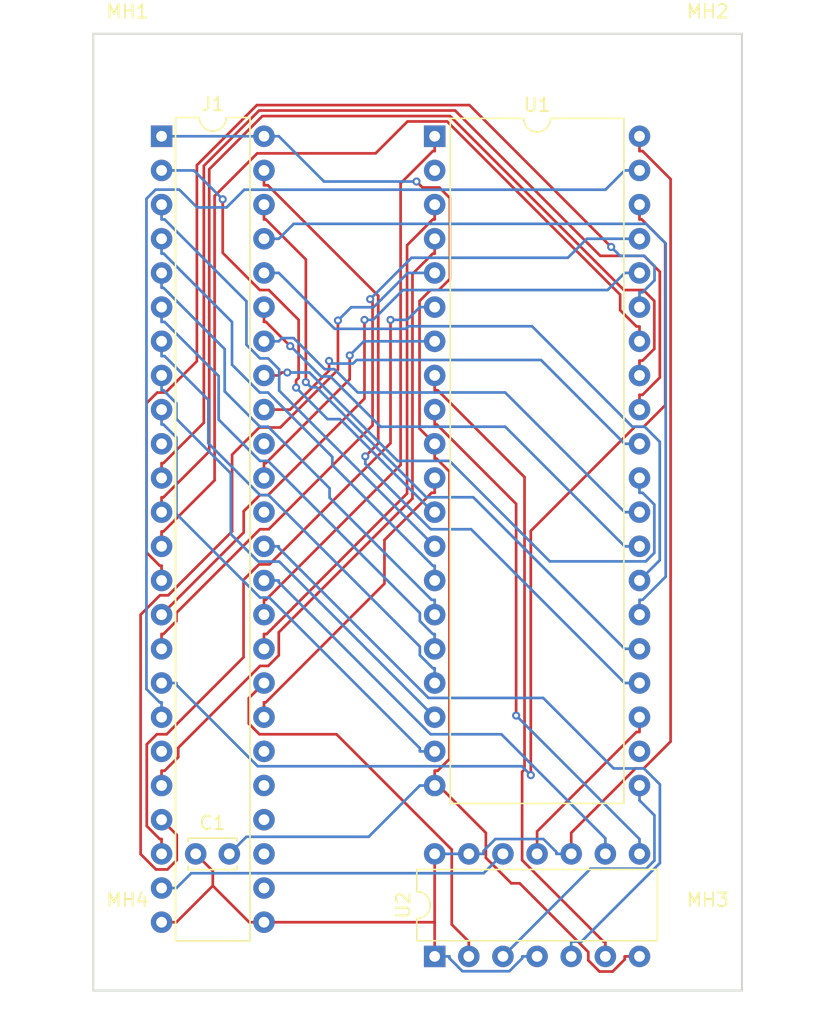
<source format=kicad_pcb>
(kicad_pcb (version 20221018) (generator pcbnew)
  (title_block (title "BionicTLCS90"))
  (layers (0 "F.Cu" signal) (31 "B.Cu" signal) (34 "B.Paste" user) (35 "F.Paste" user) (36 "B.SilkS" user "B.Silkscreen") (37 "F.SilkS" user "F.Silkscreen") (38 "B.Mask" user) (39 "F.Mask" user) (44 "Edge.Cuts" user))
  (net 0 "")
  (net 1 "VCC")
  (net 2 "GND")
  (net 3 "/P53")
  (net 5 "/P26")
  (net 7 "/P27")
  (net 8 "/P47")
  (net 9 "/P46")
  (net 12 "/P25")
  (net 13 "/P24")
  (net 14 "/P23")
  (net 15 "/P22")
  (net 16 "/P21")
  (net 17 "/P20")
  (net 18 "/P34")
  (net 20 "/P35")
  (net 21 "/P17")
  (net 22 "/P36")
  (net 23 "/P16")
  (net 25 "/P15")
  (net 26 "/P14")
  (net 27 "/P13")
  (net 28 "/P42")
  (net 29 "/P12")
  (net 30 "/P11")
  (net 31 "/P44")
  (net 32 "/P10")
  (net 33 "/P45")
  (net 34 "/P33")
  (net 35 "/P32")
  (net 36 "/P31")
  (net 37 "/P30")
  (net 38 "/P51")
  (net 39 "/P43")
  (net 40 "/P52")
  (net 41 "/P50")
  (net 42 "/P37")
  (net 43 "/P40")
  (net 48 "Net-(U1-~{INT0})")
  (net 49 "Net-(U1-~{NMI})")
  (net 50 "Net-(U1-X1)")
  (net 52 "Net-(U1-~{RESET})")
  (footprint "MountingHole:MountingHole_3.2mm_M3" (layer "F.Cu") (at 101 70)
    (fp_text reference "MH1")
    (fp_text value "MountingHole_3.2mm_M3")
  )
  (footprint "MountingHole:MountingHole_3.2mm_M3" (layer "F.Cu") (at 144.18 70)
    (fp_text reference "MH2")
    (fp_text value "MountingHole_3.2mm_M3")
  )
  (footprint "MountingHole:MountingHole_3.2mm_M3" (layer "F.Cu") (at 144.18 136.04)
    (fp_text reference "MH3")
    (fp_text value "MountingHole_3.2mm_M3")
  )
  (footprint "MountingHole:MountingHole_3.2mm_M3" (layer "F.Cu") (at 101 136.04)
    (fp_text reference "MH4")
    (fp_text value "MountingHole_3.2mm_M3")
  )
  (footprint "Package_DIP:DIP-14_W7.62mm" (layer "F.Cu") (at 123.86 136.04 90)
    (fp_text reference "U2")
    (fp_text value "74HCT126")
  )
  (footprint "Capacitor_THT:C_Disc_D3.4mm_W2.1mm_P2.50mm" (layer "F.Cu") (at 106.08 128.42)
    (fp_text reference "C1")
    (fp_text value "0.1u")
  )
  (footprint "0-LocalLibrary:DIP-48_W7.62mm" (layer "F.Cu") (at 103.54 75.08)
    (fp_text reference "J1")
    (fp_text value "BionicConnector")
  )
  (footprint "Package_DIP:DIP-40_W15.24mm" (layer "F.Cu") (at 123.86 75.08)
    (fp_text reference "U1")
    (fp_text value "TMP90C802A")
  )
  (gr_line (start 98.46 138.58) (end 98.46 67.46) (stroke (width 0.15)) (layer "Edge.Cuts"))
  (gr_line (start 98.46 67.46) (end 146.72 67.46) (stroke (width 0.15)) (layer "Edge.Cuts"))
  (gr_line (start 146.72 138.58) (end 98.46 138.58) (stroke (width 0.15)) (layer "Edge.Cuts"))
  (gr_line (start 146.72 67.46) (end 146.72 138.58) (stroke (width 0.15)) (layer "Edge.Cuts"))
  (segment (start 141.4156 120.0699) (end 141.4156 78.2692) (width 0.2) (layer "F.Cu") (net 1))
  (segment (start 139.3283 76.1819) (end 139.1 76.1819) (width 0.2) (layer "F.Cu") (net 1))
  (segment (start 139.1 75.08) (end 139.1 76.1819) (width 0.2) (layer "F.Cu") (net 1))
  (segment (start 107.35 130.7919) (end 107.35 129.69) (width 0.2) (layer "F.Cu") (net 1))
  (segment (start 111.16 133.5) (end 110.0581 133.5) (width 0.2) (layer "F.Cu") (net 1))
  (segment (start 107.35 129.69) (end 106.08 128.42) (width 0.2) (layer "F.Cu") (net 1))
  (segment (start 104.6419 133.5) (end 107.35 130.7919) (width 0.2) (layer "F.Cu") (net 1))
  (segment (start 134.02 128.42) (end 134.02 126.855) (width 0.2) (layer "F.Cu") (net 1))
  (segment (start 123.86 128.42) (end 123.86 133.5) (width 0.2) (layer "F.Cu") (net 1))
  (segment (start 134.02 126.855) (end 138.805 122.07) (width 0.2) (layer "F.Cu") (net 1))
  (segment (start 123.86 133.5) (end 111.16 133.5) (width 0.2) (layer "F.Cu") (net 1))
  (segment (start 138.805 122.07) (end 139.4155 122.07) (width 0.2) (layer "F.Cu") (net 1))
  (segment (start 139.4155 122.07) (end 141.4156 120.0699) (width 0.2) (layer "F.Cu") (net 1))
  (segment (start 110.0581 133.5) (end 107.35 130.7919) (width 0.2) (layer "F.Cu") (net 1))
  (segment (start 123.86 133.5) (end 123.86 136.04) (width 0.2) (layer "F.Cu") (net 1))
  (segment (start 103.54 133.5) (end 104.6419 133.5) (width 0.2) (layer "F.Cu") (net 1))
  (segment (start 141.4156 78.2692) (end 139.3283 76.1819) (width 0.2) (layer "F.Cu") (net 1))
  (segment (start 131.48 136.04) (end 130.3781 136.04) (width 0.2) (layer "B.Cu") (net 1))
  (segment (start 130.3781 136.04) (end 130.3781 136.1777) (width 0.2) (layer "B.Cu") (net 1))
  (segment (start 123.86 128.42) (end 126.4 128.42) (width 0.2) (layer "B.Cu") (net 1))
  (segment (start 132.9181 128.42) (end 132.9181 128.2823) (width 0.2) (layer "B.Cu") (net 1))
  (segment (start 125.9259 137.1419) (end 124.9619 136.1779) (width 0.2) (layer "B.Cu") (net 1))
  (segment (start 124.9619 136.1779) (end 124.9619 136.04) (width 0.2) (layer "B.Cu") (net 1))
  (segment (start 129.4139 137.1419) (end 125.9259 137.1419) (width 0.2) (layer "B.Cu") (net 1))
  (segment (start 134.02 128.42) (end 132.9181 128.42) (width 0.2) (layer "B.Cu") (net 1))
  (segment (start 131.9527 127.3169) (end 128.3766 127.3169) (width 0.2) (layer "B.Cu") (net 1))
  (segment (start 128.3766 127.3169) (end 127.5019 128.1916) (width 0.2) (layer "B.Cu") (net 1))
  (segment (start 123.86 136.04) (end 124.9619 136.04) (width 0.2) (layer "B.Cu") (net 1))
  (segment (start 130.3781 136.1777) (end 129.4139 137.1419) (width 0.2) (layer "B.Cu") (net 1))
  (segment (start 127.5019 128.1916) (end 127.5019 128.42) (width 0.2) (layer "B.Cu") (net 1))
  (segment (start 132.9181 128.2823) (end 131.9527 127.3169) (width 0.2) (layer "B.Cu") (net 1))
  (segment (start 126.4 128.42) (end 127.5019 128.42) (width 0.2) (layer "B.Cu") (net 1))
  (segment (start 137.9981 136.2683) (end 137.9981 136.04) (width 0.2) (layer "F.Cu") (net 2))
  (segment (start 123.86 123.34) (end 123.86 123.0472) (width 0.2) (layer "F.Cu") (net 2))
  (segment (start 123.86 97.94) (end 123.86 99.0419) (width 0.2) (layer "F.Cu") (net 2))
  (segment (start 122.7348 87.3279) (end 123.5527 86.51) (width 0.2) (layer "F.Cu") (net 2))
  (segment (start 124.0883 122.2381) (end 123.86 122.2381) (width 0.2) (layer "F.Cu") (net 2))
  (segment (start 123.86 99.0419) (end 123.9977 99.0419) (width 0.2) (layer "F.Cu") (net 2))
  (segment (start 139.1 136.04) (end 137.9981 136.04) (width 0.2) (layer "F.Cu") (net 2))
  (segment (start 130.1864 130.6089) (end 135.29 135.7125) (width 0.2) (layer "F.Cu") (net 2))
  (segment (start 122.9554 78.89) (end 122.5092 78.4438) (width 0.2) (layer "F.Cu") (net 2))
  (segment (start 124.9948 85.6847) (end 124.9948 79.6769) (width 0.2) (layer "F.Cu") (net 2))
  (segment (start 127.67 128.7136) (end 129.5653 130.6089) (width 0.2) (layer "F.Cu") (net 2))
  (segment (start 122.7348 96.8148) (end 122.7348 87.3279) (width 0.2) (layer "F.Cu") (net 2))
  (segment (start 135.29 136.3331) (end 136.1212 137.1643) (width 0.2) (layer "F.Cu") (net 2))
  (segment (start 124.9652 100.0094) (end 124.9652 121.3612) (width 0.2) (layer "F.Cu") (net 2))
  (segment (start 124.1695 86.51) (end 124.9948 85.6847) (width 0.2) (layer "F.Cu") (net 2))
  (segment (start 137.1021 137.1643) (end 137.9981 136.2683) (width 0.2) (layer "F.Cu") (net 2))
  (segment (start 124.2079 78.89) (end 122.9554 78.89) (width 0.2) (layer "F.Cu") (net 2))
  (segment (start 123.86 122.789) (end 123.86 122.2381) (width 0.2) (layer "F.Cu") (net 2))
  (segment (start 129.5653 130.6089) (end 130.1864 130.6089) (width 0.2) (layer "F.Cu") (net 2))
  (segment (start 127.67 126.8572) (end 127.67 128.7136) (width 0.2) (layer "F.Cu") (net 2))
  (segment (start 123.5527 86.51) (end 124.1695 86.51) (width 0.2) (layer "F.Cu") (net 2))
  (segment (start 124.9948 79.6769) (end 124.2079 78.89) (width 0.2) (layer "F.Cu") (net 2))
  (segment (start 123.86 122.789) (end 123.86 123.0472) (width 0.2) (layer "F.Cu") (net 2))
  (segment (start 135.29 135.7125) (end 135.29 136.3331) (width 0.2) (layer "F.Cu") (net 2))
  (segment (start 123.86 97.94) (end 122.7348 96.8148) (width 0.2) (layer "F.Cu") (net 2))
  (segment (start 123.86 123.0472) (end 127.67 126.8572) (width 0.2) (layer "F.Cu") (net 2))
  (segment (start 136.1212 137.1643) (end 137.1021 137.1643) (width 0.2) (layer "F.Cu") (net 2))
  (segment (start 123.9977 99.0419) (end 124.9652 100.0094) (width 0.2) (layer "F.Cu") (net 2))
  (segment (start 124.9652 121.3612) (end 124.0883 122.2381) (width 0.2) (layer "F.Cu") (net 2))
  (via (at 122.5092 78.4438) (size 0.6) (drill 0.3) (layers "F.Cu" "B.Cu") (net 2))
  (segment (start 115.6257 78.4438) (end 122.5092 78.4438) (width 0.2) (layer "B.Cu") (net 2))
  (segment (start 122.7581 123.34) (end 118.9481 127.15) (width 0.2) (layer "B.Cu") (net 2))
  (segment (start 111.16 75.08) (end 112.2619 75.08) (width 0.2) (layer "B.Cu") (net 2))
  (segment (start 118.9481 127.15) (end 109.85 127.15) (width 0.2) (layer "B.Cu") (net 2))
  (segment (start 109.85 127.15) (end 108.58 128.42) (width 0.2) (layer "B.Cu") (net 2))
  (segment (start 103.54 75.08) (end 104.6419 75.08) (width 0.2) (layer "B.Cu") (net 2))
  (segment (start 123.86 123.34) (end 122.7581 123.34) (width 0.2) (layer "B.Cu") (net 2))
  (segment (start 112.2619 75.08) (end 115.6257 78.4438) (width 0.2) (layer "B.Cu") (net 2))
  (segment (start 104.6419 75.08) (end 111.16 75.08) (width 0.2) (layer "B.Cu") (net 2))
  (segment (start 104.6419 130.96) (end 105.7438 129.8581) (width 0.2) (layer "B.Cu") (net 3))
  (segment (start 127.5019 129.8581) (end 128.94 128.42) (width 0.2) (layer "B.Cu") (net 3))
  (segment (start 105.7438 129.8581) (end 127.5019 129.8581) (width 0.2) (layer "B.Cu") (net 3))
  (segment (start 103.54 130.96) (end 104.6419 130.96) (width 0.2) (layer "B.Cu") (net 3))
  (segment (start 111.16 92.86) (end 112.2619 92.86) (width 0.2) (layer "F.Cu") (net 5))
  (segment (start 112.4826 92.6393) (end 112.8943 92.6393) (width 0.2) (layer "F.Cu") (net 5))
  (segment (start 112.2619 92.86) (end 112.4826 92.6393) (width 0.2) (layer "F.Cu") (net 5))
  (via (at 112.8943 92.6393) (size 0.6) (drill 0.3) (layers "F.Cu" "B.Cu") (net 5))
  (segment (start 140.204 106.0462) (end 139.5721 106.6781) (width 0.2) (layer "B.Cu") (net 5))
  (segment (start 139.1 101.5819) (end 139.3283 101.5819) (width 0.2) (layer "B.Cu") (net 5))
  (segment (start 139.5721 106.6781) (end 132.4285 106.6781) (width 0.2) (layer "B.Cu") (net 5))
  (segment (start 115.2358 93.3377) (end 115.2339 93.3377) (width 0.2) (layer "B.Cu") (net 5))
  (segment (start 139.3283 101.5819) (end 140.204 102.4576) (width 0.2) (layer "B.Cu") (net 5))
  (segment (start 139.1 100.48) (end 139.1 101.5819) (width 0.2) (layer "B.Cu") (net 5))
  (segment (start 140.204 102.4576) (end 140.204 106.0462) (width 0.2) (layer "B.Cu") (net 5))
  (segment (start 124.9604 99.21) (end 121.1081 99.21) (width 0.2) (layer "B.Cu") (net 5))
  (segment (start 132.4285 106.6781) (end 124.9604 99.21) (width 0.2) (layer "B.Cu") (net 5))
  (segment (start 114.5355 92.6393) (end 112.8943 92.6393) (width 0.2) (layer "B.Cu") (net 5))
  (segment (start 121.1081 99.21) (end 115.2358 93.3377) (width 0.2) (layer "B.Cu") (net 5))
  (segment (start 115.2339 93.3377) (end 114.5355 92.6393) (width 0.2) (layer "B.Cu") (net 5))
  (segment (start 116.004 91.7802) (end 116.004 92.4927) (width 0.2) (layer "F.Cu") (net 7))
  (segment (start 111.16 95.4) (end 112.2619 95.4) (width 0.2) (layer "F.Cu") (net 7))
  (segment (start 113.0967 95.4) (end 112.2619 95.4) (width 0.2) (layer "F.Cu") (net 7))
  (segment (start 116.004 92.4927) (end 113.0967 95.4) (width 0.2) (layer "F.Cu") (net 7))
  (via (at 116.004 91.7802) (size 0.6) (drill 0.3) (layers "F.Cu" "B.Cu") (net 7))
  (segment (start 139.1 97.94) (end 137.9981 97.94) (width 0.2) (layer "B.Cu") (net 7))
  (segment (start 131.7682 91.7101) (end 118.0514 91.7101) (width 0.2) (layer "B.Cu") (net 7))
  (segment (start 137.9981 97.94) (end 131.7682 91.7101) (width 0.2) (layer "B.Cu") (net 7))
  (segment (start 117.7882 91.9733) (end 116.1971 91.9733) (width 0.2) (layer "B.Cu") (net 7))
  (segment (start 116.1971 91.9733) (end 116.004 91.7802) (width 0.2) (layer "B.Cu") (net 7))
  (segment (start 118.0514 91.7101) (end 117.7882 91.9733) (width 0.2) (layer "B.Cu") (net 7))
  (segment (start 123.6316 101.5819) (end 123.86 101.5819) (width 0.2) (layer "F.Cu") (net 8))
  (segment (start 120.123 105.0905) (end 123.6316 101.5819) (width 0.2) (layer "F.Cu") (net 8))
  (segment (start 111.16 118.26) (end 111.16 117.1581) (width 0.2) (layer "F.Cu") (net 8))
  (segment (start 111.16 117.1581) (end 111.2977 117.1581) (width 0.2) (layer "F.Cu") (net 8))
  (segment (start 123.86 100.48) (end 123.86 101.5819) (width 0.2) (layer "F.Cu") (net 8))
  (segment (start 120.123 108.3328) (end 120.123 105.0905) (width 0.2) (layer "F.Cu") (net 8))
  (segment (start 111.2977 117.1581) (end 120.123 108.3328) (width 0.2) (layer "F.Cu") (net 8))
  (segment (start 116.5576 119.53) (end 125.13 128.1024) (width 0.2) (layer "F.Cu") (net 9))
  (segment (start 125.13 133.6681) (end 126.4 134.9381) (width 0.2) (layer "F.Cu") (net 9))
  (segment (start 126.4 136.04) (end 126.4 134.9381) (width 0.2) (layer "F.Cu") (net 9))
  (segment (start 111.16 115.72) (end 110.0267 116.8533) (width 0.2) (layer "F.Cu") (net 9))
  (segment (start 110.8227 119.53) (end 116.5576 119.53) (width 0.2) (layer "F.Cu") (net 9))
  (segment (start 110.0267 118.734) (end 110.8227 119.53) (width 0.2) (layer "F.Cu") (net 9))
  (segment (start 110.0267 116.8533) (end 110.0267 118.734) (width 0.2) (layer "F.Cu") (net 9))
  (segment (start 125.13 128.1024) (end 125.13 133.6681) (width 0.2) (layer "F.Cu") (net 9))
  (segment (start 129.1021 94.124) (end 118.135 94.124) (width 0.2) (layer "B.Cu") (net 12))
  (segment (start 111.16 90.32) (end 112.2619 90.32) (width 0.2) (layer "B.Cu") (net 12))
  (segment (start 137.9981 103.02) (end 129.1021 94.124) (width 0.2) (layer "B.Cu") (net 12))
  (segment (start 115.6741 92.3924) (end 113.3638 90.0821) (width 0.2) (layer "B.Cu") (net 12))
  (segment (start 112.4998 90.0821) (end 112.2619 90.32) (width 0.2) (layer "B.Cu") (net 12))
  (segment (start 139.1 103.02) (end 137.9981 103.02) (width 0.2) (layer "B.Cu") (net 12))
  (segment (start 118.135 94.124) (end 116.4034 92.3924) (width 0.2) (layer "B.Cu") (net 12))
  (segment (start 116.4034 92.3924) (end 115.6741 92.3924) (width 0.2) (layer "B.Cu") (net 12))
  (segment (start 113.3638 90.0821) (end 112.4998 90.0821) (width 0.2) (layer "B.Cu") (net 12))
  (segment (start 111.16 87.78) (end 111.16 88.8819) (width 0.2) (layer "F.Cu") (net 13))
  (segment (start 111.3124 88.8819) (end 113.1145 90.684) (width 0.2) (layer "F.Cu") (net 13))
  (segment (start 111.16 88.8819) (end 111.3124 88.8819) (width 0.2) (layer "F.Cu") (net 13))
  (via (at 113.1145 90.684) (size 0.6) (drill 0.3) (layers "F.Cu" "B.Cu") (net 13))
  (segment (start 115.4002 92.9357) (end 113.1485 90.684) (width 0.2) (layer "B.Cu") (net 13))
  (segment (start 119.8297 96.67) (end 116.0954 92.9357) (width 0.2) (layer "B.Cu") (net 13))
  (segment (start 139.1 105.56) (end 137.9981 105.56) (width 0.2) (layer "B.Cu") (net 13))
  (segment (start 116.0954 92.9357) (end 115.4002 92.9357) (width 0.2) (layer "B.Cu") (net 13))
  (segment (start 113.1485 90.684) (end 113.1145 90.684) (width 0.2) (layer "B.Cu") (net 13))
  (segment (start 137.9981 105.56) (end 129.1081 96.67) (width 0.2) (layer "B.Cu") (net 13))
  (segment (start 129.1081 96.67) (end 119.8297 96.67) (width 0.2) (layer "B.Cu") (net 13))
  (segment (start 140.6074 97.7904) (end 140.6074 106.5926) (width 0.2) (layer "B.Cu") (net 14))
  (segment (start 121.7098 89.3946) (end 121.9037 89.2007) (width 0.2) (layer "B.Cu") (net 14))
  (segment (start 121.9037 89.2007) (end 131.1005 89.2007) (width 0.2) (layer "B.Cu") (net 14))
  (segment (start 139.487 96.67) (end 140.6074 97.7904) (width 0.2) (layer "B.Cu") (net 14))
  (segment (start 112.2619 85.24) (end 116.4165 89.3946) (width 0.2) (layer "B.Cu") (net 14))
  (segment (start 138.5698 96.67) (end 139.487 96.67) (width 0.2) (layer "B.Cu") (net 14))
  (segment (start 116.4165 89.3946) (end 121.7098 89.3946) (width 0.2) (layer "B.Cu") (net 14))
  (segment (start 131.1005 89.2007) (end 138.5698 96.67) (width 0.2) (layer "B.Cu") (net 14))
  (segment (start 111.16 85.24) (end 112.2619 85.24) (width 0.2) (layer "B.Cu") (net 14))
  (segment (start 140.6074 106.5926) (end 139.1 108.1) (width 0.2) (layer "B.Cu") (net 14))
  (segment (start 139.1 110.64) (end 139.1 109.5381) (width 0.2) (layer "B.Cu") (net 15))
  (segment (start 139.5903 81.5902) (end 141.0507 83.0506) (width 0.2) (layer "B.Cu") (net 15))
  (segment (start 112.2619 82.7) (end 113.3717 81.5902) (width 0.2) (layer "B.Cu") (net 15))
  (segment (start 141.0507 107.8157) (end 139.3283 109.5381) (width 0.2) (layer "B.Cu") (net 15))
  (segment (start 111.16 82.7) (end 112.2619 82.7) (width 0.2) (layer "B.Cu") (net 15))
  (segment (start 113.3717 81.5902) (end 139.5903 81.5902) (width 0.2) (layer "B.Cu") (net 15))
  (segment (start 139.3283 109.5381) (end 139.1 109.5381) (width 0.2) (layer "B.Cu") (net 15))
  (segment (start 141.0507 83.0506) (end 141.0507 107.8157) (width 0.2) (layer "B.Cu") (net 15))
  (segment (start 111.2977 81.2619) (end 114.2749 84.2391) (width 0.2) (layer "F.Cu") (net 16))
  (segment (start 111.16 81.2619) (end 111.2977 81.2619) (width 0.2) (layer "F.Cu") (net 16))
  (segment (start 114.2749 84.2391) (end 114.2749 93.3552) (width 0.2) (layer "F.Cu") (net 16))
  (segment (start 111.16 80.16) (end 111.16 81.2619) (width 0.2) (layer "F.Cu") (net 16))
  (via (at 114.2749 93.3552) (size 0.6) (drill 0.3) (layers "F.Cu" "B.Cu") (net 16))
  (segment (start 137.9981 113.18) (end 126.7302 101.9121) (width 0.2) (layer "B.Cu") (net 16))
  (segment (start 114.6593 93.7396) (end 114.2749 93.3552) (width 0.2) (layer "B.Cu") (net 16))
  (segment (start 123.2418 101.9121) (end 115.0693 93.7396) (width 0.2) (layer "B.Cu") (net 16))
  (segment (start 126.7302 101.9121) (end 123.2418 101.9121) (width 0.2) (layer "B.Cu") (net 16))
  (segment (start 139.1 113.18) (end 137.9981 113.18) (width 0.2) (layer "B.Cu") (net 16))
  (segment (start 115.0693 93.7396) (end 114.6593 93.7396) (width 0.2) (layer "B.Cu") (net 16))
  (segment (start 111.4447 78.7219) (end 119.6623 86.9395) (width 0.2) (layer "F.Cu") (net 17))
  (segment (start 111.16 78.7219) (end 111.4447 78.7219) (width 0.2) (layer "F.Cu") (net 17))
  (segment (start 119.6623 97.9094) (end 118.699 98.8727) (width 0.2) (layer "F.Cu") (net 17))
  (segment (start 119.6623 86.9395) (end 119.6623 97.9094) (width 0.2) (layer "F.Cu") (net 17))
  (segment (start 111.16 77.62) (end 111.16 78.7219) (width 0.2) (layer "F.Cu") (net 17))
  (via (at 118.699 98.8727) (size 0.6) (drill 0.3) (layers "F.Cu" "B.Cu") (net 17))
  (segment (start 123.5626 104.29) (end 118.699 99.4264) (width 0.2) (layer "B.Cu") (net 17))
  (segment (start 118.699 99.4264) (end 118.699 98.8727) (width 0.2) (layer "B.Cu") (net 17))
  (segment (start 137.9981 115.72) (end 126.5681 104.29) (width 0.2) (layer "B.Cu") (net 17))
  (segment (start 139.1 115.72) (end 137.9981 115.72) (width 0.2) (layer "B.Cu") (net 17))
  (segment (start 126.5681 104.29) (end 123.5626 104.29) (width 0.2) (layer "B.Cu") (net 17))
  (segment (start 111.469 101.75) (end 118.6373 94.5817) (width 0.2) (layer "F.Cu") (net 18))
  (segment (start 103.54 110.64) (end 109.6516 104.5284) (width 0.2) (layer "F.Cu") (net 18))
  (segment (start 118.6373 94.5817) (end 118.6373 88.7278) (width 0.2) (layer "F.Cu") (net 18))
  (segment (start 109.6516 102.9518) (end 110.8534 101.75) (width 0.2) (layer "F.Cu") (net 18))
  (segment (start 109.6516 104.5284) (end 109.6516 102.9518) (width 0.2) (layer "F.Cu") (net 18))
  (segment (start 110.8534 101.75) (end 111.469 101.75) (width 0.2) (layer "F.Cu") (net 18))
  (via (at 118.6373 88.7278) (size 0.6) (drill 0.3) (layers "F.Cu" "B.Cu") (net 18))
  (segment (start 119.2734 88.7278) (end 121.4912 86.51) (width 0.2) (layer "B.Cu") (net 18))
  (segment (start 121.4912 86.51) (end 136.7281 86.51) (width 0.2) (layer "B.Cu") (net 18))
  (segment (start 139.1 85.24) (end 137.9981 85.24) (width 0.2) (layer "B.Cu") (net 18))
  (segment (start 136.7281 86.51) (end 137.9981 85.24) (width 0.2) (layer "B.Cu") (net 18))
  (segment (start 118.6373 88.7278) (end 119.2734 88.7278) (width 0.2) (layer "B.Cu") (net 18))
  (segment (start 104.6419 110.5092) (end 110.8611 104.29) (width 0.2) (layer "F.Cu") (net 20))
  (segment (start 111.5132 104.29) (end 119.2392 96.564) (width 0.2) (layer "F.Cu") (net 20))
  (segment (start 103.54 112.0781) (end 103.6779 112.0781) (width 0.2) (layer "F.Cu") (net 20))
  (segment (start 103.6779 112.0781) (end 104.6419 111.1141) (width 0.2) (layer "F.Cu") (net 20))
  (segment (start 119.2392 87.3676) (end 119.0604 87.1888) (width 0.2) (layer "F.Cu") (net 20))
  (segment (start 110.8611 104.29) (end 111.5132 104.29) (width 0.2) (layer "F.Cu") (net 20))
  (segment (start 103.54 113.18) (end 103.54 112.0781) (width 0.2) (layer "F.Cu") (net 20))
  (segment (start 104.6419 111.1141) (end 104.6419 110.5092) (width 0.2) (layer "F.Cu") (net 20))
  (segment (start 119.2392 96.564) (end 119.2392 87.3676) (width 0.2) (layer "F.Cu") (net 20))
  (via (at 119.0604 87.1888) (size 0.6) (drill 0.3) (layers "F.Cu" "B.Cu") (net 20))
  (segment (start 135.182 82.7) (end 137.9981 82.7) (width 0.2) (layer "B.Cu") (net 20))
  (segment (start 133.7704 84.1116) (end 135.182 82.7) (width 0.2) (layer "B.Cu") (net 20))
  (segment (start 139.1 82.7) (end 137.9981 82.7) (width 0.2) (layer "B.Cu") (net 20))
  (segment (start 119.0604 87.1888) (end 122.1376 84.1116) (width 0.2) (layer "B.Cu") (net 20))
  (segment (start 122.1376 84.1116) (end 133.7704 84.1116) (width 0.2) (layer "B.Cu") (net 20))
  (segment (start 103.6779 96.5019) (end 104.6419 97.4659) (width 0.2) (layer "B.Cu") (net 21))
  (segment (start 110.8648 109.37) (end 111.5564 109.37) (width 0.2) (layer "B.Cu") (net 21))
  (segment (start 123.86 120.8) (end 122.7581 120.8) (width 0.2) (layer "B.Cu") (net 21))
  (segment (start 103.54 96.5019) (end 103.6779 96.5019) (width 0.2) (layer "B.Cu") (net 21))
  (segment (start 104.6419 97.4659) (end 104.6419 103.1471) (width 0.2) (layer "B.Cu") (net 21))
  (segment (start 103.54 95.4) (end 103.54 96.5019) (width 0.2) (layer "B.Cu") (net 21))
  (segment (start 104.6419 103.1471) (end 110.8648 109.37) (width 0.2) (layer "B.Cu") (net 21))
  (segment (start 111.5564 109.37) (end 122.7581 120.5717) (width 0.2) (layer "B.Cu") (net 21))
  (segment (start 122.7581 120.5717) (end 122.7581 120.8) (width 0.2) (layer "B.Cu") (net 21))
  (segment (start 139.4163 96.67) (end 141.0137 95.0726) (width 0.2) (layer "F.Cu") (net 22))
  (segment (start 141.0137 95.0726) (end 141.0137 83.0078) (width 0.2) (layer "F.Cu") (net 22))
  (segment (start 139.2678 81.2619) (end 139.1 81.2619) (width 0.2) (layer "F.Cu") (net 22))
  (segment (start 141.0137 83.0078) (end 139.2678 81.2619) (width 0.2) (layer "F.Cu") (net 22))
  (segment (start 139.1 80.16) (end 139.1 81.2619) (width 0.2) (layer "F.Cu") (net 22))
  (segment (start 131.0116 122.5667) (end 131.0117 122.5667) (width 0.2) (layer "F.Cu") (net 22))
  (segment (start 131.0117 104.415) (end 138.7567 96.67) (width 0.2) (layer "F.Cu") (net 22))
  (segment (start 138.7567 96.67) (end 139.4163 96.67) (width 0.2) (layer "F.Cu") (net 22))
  (segment (start 131.0117 122.5667) (end 131.0117 104.415) (width 0.2) (layer "F.Cu") (net 22))
  (via (at 131.0116 122.5667) (size 0.6) (drill 0.3) (layers "F.Cu" "B.Cu") (net 22))
  (segment (start 104.6419 115.8577) (end 110.691 121.9068) (width 0.2) (layer "B.Cu") (net 22))
  (segment (start 110.691 121.9068) (end 130.3517 121.9068) (width 0.2) (layer "B.Cu") (net 22))
  (segment (start 103.54 115.72) (end 104.6419 115.72) (width 0.2) (layer "B.Cu") (net 22))
  (segment (start 104.6419 115.72) (end 104.6419 115.8577) (width 0.2) (layer "B.Cu") (net 22))
  (segment (start 130.3517 121.9068) (end 131.0116 122.5667) (width 0.2) (layer "B.Cu") (net 22))
  (segment (start 108.693 104.6515) (end 110.7342 106.6927) (width 0.2) (layer "B.Cu") (net 23))
  (segment (start 103.54 92.86) (end 103.54 93.9619) (width 0.2) (layer "B.Cu") (net 23))
  (segment (start 103.6779 93.9619) (end 104.6419 94.9259) (width 0.2) (layer "B.Cu") (net 23))
  (segment (start 103.54 93.9619) (end 103.6779 93.9619) (width 0.2) (layer "B.Cu") (net 23))
  (segment (start 108.693 100.138) (end 108.693 104.6515) (width 0.2) (layer "B.Cu") (net 23))
  (segment (start 112.2927 106.6927) (end 123.86 118.26) (width 0.2) (layer "B.Cu") (net 23))
  (segment (start 110.7342 106.6927) (end 112.2927 106.6927) (width 0.2) (layer "B.Cu") (net 23))
  (segment (start 104.6419 96.0869) (end 108.693 100.138) (width 0.2) (layer "B.Cu") (net 23))
  (segment (start 104.6419 94.9259) (end 104.6419 96.0869) (width 0.2) (layer "B.Cu") (net 23))
  (segment (start 123.86 114.6181) (end 123.7221 114.6181) (width 0.2) (layer "B.Cu") (net 25))
  (segment (start 107.0194 97.8961) (end 107.0194 94.673) (width 0.2) (layer "B.Cu") (net 25))
  (segment (start 110.8713 101.75) (end 109.2365 100.1152) (width 0.2) (layer "B.Cu") (net 25))
  (segment (start 123.86 115.72) (end 123.86 114.6181) (width 0.2) (layer "B.Cu") (net 25))
  (segment (start 109.2365 100.1132) (end 107.0194 97.8961) (width 0.2) (layer "B.Cu") (net 25))
  (segment (start 103.54 90.32) (end 103.54 91.4219) (width 0.2) (layer "B.Cu") (net 25))
  (segment (start 122.7581 113.0091) (end 111.499 101.75) (width 0.2) (layer "B.Cu") (net 25))
  (segment (start 111.499 101.75) (end 110.8713 101.75) (width 0.2) (layer "B.Cu") (net 25))
  (segment (start 107.0194 94.673) (end 103.7683 91.4219) (width 0.2) (layer "B.Cu") (net 25))
  (segment (start 103.7683 91.4219) (end 103.54 91.4219) (width 0.2) (layer "B.Cu") (net 25))
  (segment (start 123.7221 114.6181) (end 122.7581 113.6541) (width 0.2) (layer "B.Cu") (net 25))
  (segment (start 109.2365 100.1152) (end 109.2365 100.1132) (width 0.2) (layer "B.Cu") (net 25))
  (segment (start 122.7581 113.6541) (end 122.7581 113.0091) (width 0.2) (layer "B.Cu") (net 25))
  (segment (start 111.454 99.21) (end 122.7581 110.5141) (width 0.2) (layer "B.Cu") (net 26))
  (segment (start 103.7683 88.8819) (end 107.7861 92.8997) (width 0.2) (layer "B.Cu") (net 26))
  (segment (start 123.7221 112.0781) (end 123.86 112.0781) (width 0.2) (layer "B.Cu") (net 26))
  (segment (start 107.7861 92.8997) (end 107.7861 96.1375) (width 0.2) (layer "B.Cu") (net 26))
  (segment (start 123.86 113.18) (end 123.86 112.0781) (width 0.2) (layer "B.Cu") (net 26))
  (segment (start 103.54 87.78) (end 103.54 88.8819) (width 0.2) (layer "B.Cu") (net 26))
  (segment (start 122.7581 110.5141) (end 122.7581 111.1141) (width 0.2) (layer "B.Cu") (net 26))
  (segment (start 122.7581 111.1141) (end 123.7221 112.0781) (width 0.2) (layer "B.Cu") (net 26))
  (segment (start 110.8586 99.21) (end 111.454 99.21) (width 0.2) (layer "B.Cu") (net 26))
  (segment (start 103.54 88.8819) (end 103.7683 88.8819) (width 0.2) (layer "B.Cu") (net 26))
  (segment (start 107.7861 96.1375) (end 110.8586 99.21) (width 0.2) (layer "B.Cu") (net 26))
  (segment (start 116.0413 101.244) (end 116.0413 101.9478) (width 0.2) (layer "B.Cu") (net 27))
  (segment (start 111.4673 96.67) (end 116.0413 101.244) (width 0.2) (layer "B.Cu") (net 27))
  (segment (start 123.86 110.64) (end 123.86 109.5381) (width 0.2) (layer "B.Cu") (net 27))
  (segment (start 123.6316 109.5381) (end 123.86 109.5381) (width 0.2) (layer "B.Cu") (net 27))
  (segment (start 103.54 86.3419) (end 103.6777 86.3419) (width 0.2) (layer "B.Cu") (net 27))
  (segment (start 110.8624 96.67) (end 111.4673 96.67) (width 0.2) (layer "B.Cu") (net 27))
  (segment (start 103.6777 86.3419) (end 108.2355 90.8997) (width 0.2) (layer "B.Cu") (net 27))
  (segment (start 108.2355 90.8997) (end 108.2355 94.0431) (width 0.2) (layer "B.Cu") (net 27))
  (segment (start 108.2355 94.0431) (end 110.8624 96.67) (width 0.2) (layer "B.Cu") (net 27))
  (segment (start 116.0413 101.9478) (end 123.6316 109.5381) (width 0.2) (layer "B.Cu") (net 27))
  (segment (start 103.54 85.24) (end 103.54 86.3419) (width 0.2) (layer "B.Cu") (net 27))
  (segment (start 139.4302 122.07) (end 137.1759 122.07) (width 0.2) (layer "B.Cu") (net 28))
  (segment (start 137.1759 122.07) (end 131.9349 116.829) (width 0.2) (layer "B.Cu") (net 28))
  (segment (start 134.7791 134.9381) (end 140.6167 129.1005) (width 0.2) (layer "B.Cu") (net 28))
  (segment (start 131.9349 116.829) (end 123.3991 116.829) (width 0.2) (layer "B.Cu") (net 28))
  (segment (start 112.2619 105.6918) (end 112.2619 105.56) (width 0.2) (layer "B.Cu") (net 28))
  (segment (start 140.6167 123.2565) (end 139.4302 122.07) (width 0.2) (layer "B.Cu") (net 28))
  (segment (start 134.02 136.04) (end 134.02 134.9381) (width 0.2) (layer "B.Cu") (net 28))
  (segment (start 123.3991 116.829) (end 112.2619 105.6918) (width 0.2) (layer "B.Cu") (net 28))
  (segment (start 134.02 134.9381) (end 134.7791 134.9381) (width 0.2) (layer "B.Cu") (net 28))
  (segment (start 111.16 105.56) (end 112.2619 105.56) (width 0.2) (layer "B.Cu") (net 28))
  (segment (start 140.6167 129.1005) (end 140.6167 123.2565) (width 0.2) (layer "B.Cu") (net 28))
  (segment (start 123.86 106.9981) (end 123.7221 106.9981) (width 0.2) (layer "B.Cu") (net 29))
  (segment (start 123.7221 106.9981) (end 116.2449 99.5209) (width 0.2) (layer "B.Cu") (net 29))
  (segment (start 116.2449 99.5209) (end 116.2449 98.9155) (width 0.2) (layer "B.Cu") (net 29))
  (segment (start 110.8506 94.13) (end 108.7801 92.0595) (width 0.2) (layer "B.Cu") (net 29))
  (segment (start 103.6971 83.8019) (end 103.54 83.8019) (width 0.2) (layer "B.Cu") (net 29))
  (segment (start 103.54 82.7) (end 103.54 83.8019) (width 0.2) (layer "B.Cu") (net 29))
  (segment (start 108.7801 88.8849) (end 103.6971 83.8019) (width 0.2) (layer "B.Cu") (net 29))
  (segment (start 116.2449 98.9155) (end 111.4594 94.13) (width 0.2) (layer "B.Cu") (net 29))
  (segment (start 111.4594 94.13) (end 110.8506 94.13) (width 0.2) (layer "B.Cu") (net 29))
  (segment (start 108.7801 92.0595) (end 108.7801 88.8849) (width 0.2) (layer "B.Cu") (net 29))
  (segment (start 123.86 108.1) (end 123.86 106.9981) (width 0.2) (layer "B.Cu") (net 29))
  (segment (start 110.8665 91.59) (end 111.4693 91.59) (width 0.2) (layer "B.Cu") (net 30))
  (segment (start 112.2923 93.9923) (end 123.86 105.56) (width 0.2) (layer "B.Cu") (net 30))
  (segment (start 103.54 81.2619) (end 103.7683 81.2619) (width 0.2) (layer "B.Cu") (net 30))
  (segment (start 109.8544 87.348) (end 109.8544 90.5779) (width 0.2) (layer "B.Cu") (net 30))
  (segment (start 111.4693 91.59) (end 112.2923 92.413) (width 0.2) (layer "B.Cu") (net 30))
  (segment (start 103.54 80.16) (end 103.54 81.2619) (width 0.2) (layer "B.Cu") (net 30))
  (segment (start 103.7683 81.2619) (end 109.8544 87.348) (width 0.2) (layer "B.Cu") (net 30))
  (segment (start 109.8544 90.5779) (end 110.8665 91.59) (width 0.2) (layer "B.Cu") (net 30))
  (segment (start 112.2923 92.413) (end 112.2923 93.9923) (width 0.2) (layer "B.Cu") (net 30))
  (segment (start 111.16 110.64) (end 111.16 109.5381) (width 0.2) (layer "F.Cu") (net 31))
  (segment (start 121.3263 78.5779) (end 123.7223 76.1819) (width 0.2) (layer "F.Cu") (net 31))
  (segment (start 123.86 75.08) (end 123.86 76.1819) (width 0.2) (layer "F.Cu") (net 31))
  (segment (start 123.7223 76.1819) (end 123.86 76.1819) (width 0.2) (layer "F.Cu") (net 31))
  (segment (start 111.16 109.5381) (end 111.2977 109.5381) (width 0.2) (layer "F.Cu") (net 31))
  (segment (start 111.2977 109.5381) (end 121.3263 99.5095) (width 0.2) (layer "F.Cu") (net 31))
  (segment (start 121.3263 99.5095) (end 121.3263 78.5779) (width 0.2) (layer "F.Cu") (net 31))
  (segment (start 110.85 86.51) (end 108.0898 83.7498) (width 0.2) (layer "F.Cu") (net 32))
  (segment (start 108.0898 83.7498) (end 108.0898 79.7674) (width 0.2) (layer "F.Cu") (net 32))
  (segment (start 113.5498 93.7642) (end 113.5498 93.2292) (width 0.2) (layer "F.Cu") (net 32))
  (segment (start 111.5217 86.51) (end 110.85 86.51) (width 0.2) (layer "F.Cu") (net 32))
  (segment (start 113.7376 93.0414) (end 113.7376 88.7259) (width 0.2) (layer "F.Cu") (net 32))
  (segment (start 113.5498 93.2292) (end 113.7376 93.0414) (width 0.2) (layer "F.Cu") (net 32))
  (segment (start 113.7376 88.7259) (end 111.5217 86.51) (width 0.2) (layer "F.Cu") (net 32))
  (via (at 113.5498 93.7642) (size 0.6) (drill 0.3) (layers "F.Cu" "B.Cu") (net 32))
  (via (at 108.0898 79.7674) (size 0.6) (drill 0.3) (layers "F.Cu" "B.Cu") (net 32))
  (segment (start 123.734 103.02) (end 116.8207 96.1067) (width 0.2) (layer "B.Cu") (net 32))
  (segment (start 115.8923 96.1067) (end 113.5498 93.7642) (width 0.2) (layer "B.Cu") (net 32))
  (segment (start 103.54 77.62) (end 105.9424 77.62) (width 0.2) (layer "B.Cu") (net 32))
  (segment (start 123.86 103.02) (end 123.734 103.02) (width 0.2) (layer "B.Cu") (net 32))
  (segment (start 105.9424 77.62) (end 108.0898 79.7674) (width 0.2) (layer "B.Cu") (net 32))
  (segment (start 116.8207 96.1067) (end 115.8923 96.1067) (width 0.2) (layer "B.Cu") (net 32))
  (segment (start 111.16 112.0781) (end 111.3612 112.0781) (width 0.2) (layer "F.Cu") (net 33))
  (segment (start 121.8041 101.6352) (end 121.8041 83.182) (width 0.2) (layer "F.Cu") (net 33))
  (segment (start 111.16 113.18) (end 111.16 112.0781) (width 0.2) (layer "F.Cu") (net 33))
  (segment (start 111.3612 112.0781) (end 121.8041 101.6352) (width 0.2) (layer "F.Cu") (net 33))
  (segment (start 123.86 80.16) (end 123.86 81.2619) (width 0.2) (layer "F.Cu") (net 33))
  (segment (start 121.8041 83.182) (end 123.7242 81.2619) (width 0.2) (layer "F.Cu") (net 33))
  (segment (start 123.7242 81.2619) (end 123.86 81.2619) (width 0.2) (layer "F.Cu") (net 33))
  (segment (start 102.417 106.0128) (end 102.417 94.9255) (width 0.2) (layer "F.Cu") (net 34))
  (segment (start 103.2125 94.13) (end 103.8372 94.13) (width 0.2) (layer "F.Cu") (net 34))
  (segment (start 126.4484 72.7638) (end 136.9925 83.3079) (width 0.2) (layer "F.Cu") (net 34))
  (segment (start 103.54 108.1) (end 103.54 106.9981) (width 0.2) (layer "F.Cu") (net 34))
  (segment (start 110.6319 72.7638) (end 126.4484 72.7638) (width 0.2) (layer "F.Cu") (net 34))
  (segment (start 106.1675 77.2282) (end 110.6319 72.7638) (width 0.2) (layer "F.Cu") (net 34))
  (segment (start 103.54 106.9981) (end 103.4023 106.9981) (width 0.2) (layer "F.Cu") (net 34))
  (segment (start 103.4023 106.9981) (end 102.417 106.0128) (width 0.2) (layer "F.Cu") (net 34))
  (segment (start 103.8372 94.13) (end 106.1675 91.7997) (width 0.2) (layer "F.Cu") (net 34))
  (segment (start 102.417 94.9255) (end 103.2125 94.13) (width 0.2) (layer "F.Cu") (net 34))
  (segment (start 106.1675 91.7997) (end 106.1675 77.2282) (width 0.2) (layer "F.Cu") (net 34))
  (via (at 136.9925 83.3079) (size 0.6) (drill 0.3) (layers "F.Cu" "B.Cu") (net 34))
  (segment (start 139.1 86.6781) (end 139.3283 86.6781) (width 0.2) (layer "B.Cu") (net 34))
  (segment (start 140.2182 85.7882) (end 140.2182 84.7312) (width 0.2) (layer "B.Cu") (net 34))
  (segment (start 139.1 87.78) (end 139.1 86.6781) (width 0.2) (layer "B.Cu") (net 34))
  (segment (start 140.2182 84.7312) (end 139.457 83.97) (width 0.2) (layer "B.Cu") (net 34))
  (segment (start 139.3283 86.6781) (end 140.2182 85.7882) (width 0.2) (layer "B.Cu") (net 34))
  (segment (start 139.457 83.97) (end 137.6546 83.97) (width 0.2) (layer "B.Cu") (net 34))
  (segment (start 137.6546 83.97) (end 136.9925 83.3079) (width 0.2) (layer "B.Cu") (net 34))
  (segment (start 137.6604 86.8534) (end 124.7851 73.9781) (width 0.2) (layer "F.Cu") (net 35))
  (segment (start 124.7851 73.9781) (end 121.8391 73.9781) (width 0.2) (layer "F.Cu") (net 35))
  (segment (start 107.4879 100.6479) (end 103.6777 104.4581) (width 0.2) (layer "F.Cu") (net 35))
  (segment (start 107.4879 79.5182) (end 107.4879 100.6479) (width 0.2) (layer "F.Cu") (net 35))
  (segment (start 137.6604 88.0069) (end 137.6604 86.8534) (width 0.2) (layer "F.Cu") (net 35))
  (segment (start 103.54 105.56) (end 103.54 104.4581) (width 0.2) (layer "F.Cu") (net 35))
  (segment (start 139.1 90.32) (end 139.1 89.2181) (width 0.2) (layer "F.Cu") (net 35))
  (segment (start 119.4672 76.35) (end 110.6561 76.35) (width 0.2) (layer "F.Cu") (net 35))
  (segment (start 138.8716 89.2181) (end 137.6604 88.0069) (width 0.2) (layer "F.Cu") (net 35))
  (segment (start 121.8391 73.9781) (end 119.4672 76.35) (width 0.2) (layer "F.Cu") (net 35))
  (segment (start 110.6561 76.35) (end 107.4879 79.5182) (width 0.2) (layer "F.Cu") (net 35))
  (segment (start 139.1 89.2181) (end 138.8716 89.2181) (width 0.2) (layer "F.Cu") (net 35))
  (segment (start 103.6777 104.4581) (end 103.54 104.4581) (width 0.2) (layer "F.Cu") (net 35))
  (segment (start 139.3895 86.51) (end 137.9385 86.51) (width 0.2) (layer "F.Cu") (net 36))
  (segment (start 140.2024 87.3229) (end 139.3895 86.51) (width 0.2) (layer "F.Cu") (net 36))
  (segment (start 140.2024 90.8821) (end 140.2024 87.3229) (width 0.2) (layer "F.Cu") (net 36))
  (segment (start 137.9385 86.51) (end 125.0044 73.5759) (width 0.2) (layer "F.Cu") (net 36))
  (segment (start 107.086 77.531) (end 107.086 98.5098) (width 0.2) (layer "F.Cu") (net 36))
  (segment (start 103.54 103.02) (end 103.54 101.9181) (width 0.2) (layer "F.Cu") (net 36))
  (segment (start 107.086 98.5098) (end 103.6777 101.9181) (width 0.2) (layer "F.Cu") (net 36))
  (segment (start 139.3264 91.7581) (end 140.2024 90.8821) (width 0.2) (layer "F.Cu") (net 36))
  (segment (start 139.1 91.7581) (end 139.3264 91.7581) (width 0.2) (layer "F.Cu") (net 36))
  (segment (start 139.1 92.86) (end 139.1 91.7581) (width 0.2) (layer "F.Cu") (net 36))
  (segment (start 111.0411 73.5759) (end 107.086 77.531) (width 0.2) (layer "F.Cu") (net 36))
  (segment (start 103.6777 101.9181) (end 103.54 101.9181) (width 0.2) (layer "F.Cu") (net 36))
  (segment (start 125.0044 73.5759) (end 111.0411 73.5759) (width 0.2) (layer "F.Cu") (net 36))
  (segment (start 139.4301 83.97) (end 136.1841 83.97) (width 0.2) (layer "F.Cu") (net 37))
  (segment (start 103.54 100.48) (end 103.54 99.3781) (width 0.2) (layer "F.Cu") (net 37))
  (segment (start 140.6118 85.1517) (end 139.4301 83.97) (width 0.2) (layer "F.Cu") (net 37))
  (segment (start 136.1841 83.97) (end 125.3798 73.1657) (width 0.2) (layer "F.Cu") (net 37))
  (segment (start 125.3798 73.1657) (end 110.7983 73.1657) (width 0.2) (layer "F.Cu") (net 37))
  (segment (start 140.6118 93.0146) (end 140.6118 85.1517) (width 0.2) (layer "F.Cu") (net 37))
  (segment (start 139.1 94.2981) (end 139.3283 94.2981) (width 0.2) (layer "F.Cu") (net 37))
  (segment (start 110.7983 73.1657) (end 106.6841 77.2799) (width 0.2) (layer "F.Cu") (net 37))
  (segment (start 139.3283 94.2981) (end 140.6118 93.0146) (width 0.2) (layer "F.Cu") (net 37))
  (segment (start 139.1 95.4) (end 139.1 94.2981) (width 0.2) (layer "F.Cu") (net 37))
  (segment (start 106.6841 96.3717) (end 103.6777 99.3781) (width 0.2) (layer "F.Cu") (net 37))
  (segment (start 106.6841 77.2799) (end 106.6841 96.3717) (width 0.2) (layer "F.Cu") (net 37))
  (segment (start 103.6777 99.3781) (end 103.54 99.3781) (width 0.2) (layer "F.Cu") (net 37))
  (segment (start 104.0342 109.2019) (end 103.4189 109.2019) (width 0.2) (layer "F.Cu") (net 38))
  (segment (start 101.981 110.6398) (end 101.981 128.4357) (width 0.2) (layer "F.Cu") (net 38))
  (segment (start 103.1222 129.5769) (end 103.9768 129.5769) (width 0.2) (layer "F.Cu") (net 38))
  (segment (start 103.4189 109.2019) (end 101.981 110.6398) (width 0.2) (layer "F.Cu") (net 38))
  (segment (start 108.7871 98.7482) (end 108.7871 104.449) (width 0.2) (layer "F.Cu") (net 38))
  (segment (start 104.6714 128.8823) (end 104.6714 127.0114) (width 0.2) (layer "F.Cu") (net 38))
  (segment (start 108.7871 104.449) (end 104.0342 109.2019) (width 0.2) (layer "F.Cu") (net 38))
  (segment (start 116.6636 92.4337) (end 112.3713 96.726) (width 0.2) (layer "F.Cu") (net 38))
  (segment (start 116.6636 88.7735) (end 116.6636 92.4337) (width 0.2) (layer "F.Cu") (net 38))
  (segment (start 110.8093 96.726) (end 108.7871 98.7482) (width 0.2) (layer "F.Cu") (net 38))
  (segment (start 112.3713 96.726) (end 110.8093 96.726) (width 0.2) (layer "F.Cu") (net 38))
  (segment (start 104.6714 127.0114) (end 103.54 125.88) (width 0.2) (layer "F.Cu") (net 38))
  (segment (start 101.981 128.4357) (end 103.1222 129.5769) (width 0.2) (layer "F.Cu") (net 38))
  (segment (start 103.9768 129.5769) (end 104.6714 128.8823) (width 0.2) (layer "F.Cu") (net 38))
  (via (at 116.6636 88.7735) (size 0.6) (drill 0.3) (layers "F.Cu" "B.Cu") (net 38))
  (segment (start 117.6464 87.7907) (end 116.6636 88.7735) (width 0.2) (layer "B.Cu") (net 38))
  (segment (start 119.3097 87.7907) (end 117.6464 87.7907) (width 0.2) (layer "B.Cu") (net 38))
  (segment (start 121.8604 85.24) (end 119.3097 87.7907) (width 0.2) (layer "B.Cu") (net 38))
  (segment (start 123.86 85.24) (end 122.7581 85.24) (width 0.2) (layer "B.Cu") (net 38))
  (segment (start 122.7581 85.24) (end 121.8604 85.24) (width 0.2) (layer "B.Cu") (net 38))
  (segment (start 136.56 127.2639) (end 128.8261 119.53) (width 0.2) (layer "B.Cu") (net 39))
  (segment (start 136.56 128.42) (end 136.56 127.3181) (width 0.2) (layer "B.Cu") (net 39))
  (segment (start 112.2619 108.2377) (end 112.2619 108.1) (width 0.2) (layer "B.Cu") (net 39))
  (segment (start 128.8261 119.53) (end 123.5542 119.53) (width 0.2) (layer "B.Cu") (net 39))
  (segment (start 123.5542 119.53) (end 112.2619 108.2377) (width 0.2) (layer "B.Cu") (net 39))
  (segment (start 136.56 127.3181) (end 136.56 127.2639) (width 0.2) (layer "B.Cu") (net 39))
  (segment (start 111.16 108.1) (end 112.2619 108.1) (width 0.2) (layer "B.Cu") (net 39))
  (segment (start 103.54 128.42) (end 103.54 127.3181) (width 0.2) (layer "F.Cu") (net 40))
  (segment (start 103.4021 127.3181) (end 102.4381 126.3541) (width 0.2) (layer "F.Cu") (net 40))
  (segment (start 102.4381 120.2793) (end 103.1874 119.53) (width 0.2) (layer "F.Cu") (net 40))
  (segment (start 103.54 127.3181) (end 103.4021 127.3181) (width 0.2) (layer "F.Cu") (net 40))
  (segment (start 109.6401 113.8038) (end 109.6401 108.0551) (width 0.2) (layer "F.Cu") (net 40))
  (segment (start 103.1874 119.53) (end 103.9139 119.53) (width 0.2) (layer "F.Cu") (net 40))
  (segment (start 111.562 106.9031) (end 120.5732 97.8919) (width 0.2) (layer "F.Cu") (net 40))
  (segment (start 110.7921 106.9031) (end 111.562 106.9031) (width 0.2) (layer "F.Cu") (net 40))
  (segment (start 120.5732 97.8919) (end 120.5732 88.7278) (width 0.2) (layer "F.Cu") (net 40))
  (segment (start 103.9139 119.53) (end 109.6401 113.8038) (width 0.2) (layer "F.Cu") (net 40))
  (segment (start 109.6401 108.0551) (end 110.7921 106.9031) (width 0.2) (layer "F.Cu") (net 40))
  (segment (start 102.4381 126.3541) (end 102.4381 120.2793) (width 0.2) (layer "F.Cu") (net 40))
  (via (at 120.5732 88.7278) (size 0.6) (drill 0.3) (layers "F.Cu" "B.Cu") (net 40))
  (segment (start 120.5732 88.7278) (end 121.8103 88.7278) (width 0.2) (layer "B.Cu") (net 40))
  (segment (start 123.86 87.78) (end 122.7581 87.78) (width 0.2) (layer "B.Cu") (net 40))
  (segment (start 121.8103 88.7278) (end 122.7581 87.78) (width 0.2) (layer "B.Cu") (net 40))
  (segment (start 112.2619 111.95) (end 122.2061 102.0058) (width 0.2) (layer "F.Cu") (net 41))
  (segment (start 103.54 123.34) (end 103.54 122.2381) (width 0.2) (layer "F.Cu") (net 41))
  (segment (start 123.86 82.7) (end 123.86 83.8019) (width 0.2) (layer "F.Cu") (net 41))
  (segment (start 122.2061 85.3179) (end 123.7221 83.8019) (width 0.2) (layer "F.Cu") (net 41))
  (segment (start 104.7795 121.2269) (end 104.7795 120.5352) (width 0.2) (layer "F.Cu") (net 41))
  (segment (start 111.4761 114.45) (end 112.2619 113.6642) (width 0.2) (layer "F.Cu") (net 41))
  (segment (start 122.2061 102.0058) (end 122.2061 85.3179) (width 0.2) (layer "F.Cu") (net 41))
  (segment (start 110.8647 114.45) (end 111.4761 114.45) (width 0.2) (layer "F.Cu") (net 41))
  (segment (start 103.54 122.2381) (end 103.7683 122.2381) (width 0.2) (layer "F.Cu") (net 41))
  (segment (start 103.7683 122.2381) (end 104.7795 121.2269) (width 0.2) (layer "F.Cu") (net 41))
  (segment (start 104.7795 120.5352) (end 110.8647 114.45) (width 0.2) (layer "F.Cu") (net 41))
  (segment (start 123.7221 83.8019) (end 123.86 83.8019) (width 0.2) (layer "F.Cu") (net 41))
  (segment (start 112.2619 113.6642) (end 112.2619 111.95) (width 0.2) (layer "F.Cu") (net 41))
  (segment (start 103.094 79.0468) (end 104.8595 79.0468) (width 0.2) (layer "B.Cu") (net 42))
  (segment (start 109.6923 79.0533) (end 136.5648 79.0533) (width 0.2) (layer "B.Cu") (net 42))
  (segment (start 102.4143 116.1701) (end 102.4143 79.7265) (width 0.2) (layer "B.Cu") (net 42))
  (segment (start 103.54 117.1581) (end 103.4023 117.1581) (width 0.2) (layer "B.Cu") (net 42))
  (segment (start 106.1821 80.3694) (end 108.3762 80.3694) (width 0.2) (layer "B.Cu") (net 42))
  (segment (start 103.4023 117.1581) (end 102.4143 116.1701) (width 0.2) (layer "B.Cu") (net 42))
  (segment (start 108.3762 80.3694) (end 109.6923 79.0533) (width 0.2) (layer "B.Cu") (net 42))
  (segment (start 103.54 118.26) (end 103.54 117.1581) (width 0.2) (layer "B.Cu") (net 42))
  (segment (start 104.8595 79.0468) (end 106.1821 80.3694) (width 0.2) (layer "B.Cu") (net 42))
  (segment (start 136.5648 79.0533) (end 137.9981 77.62) (width 0.2) (layer "B.Cu") (net 42))
  (segment (start 102.4143 79.7265) (end 103.094 79.0468) (width 0.2) (layer "B.Cu") (net 42))
  (segment (start 139.1 77.62) (end 137.9981 77.62) (width 0.2) (layer "B.Cu") (net 42))
  (segment (start 111.16 99.3781) (end 111.2977 99.3781) (width 0.2) (layer "F.Cu") (net 43))
  (segment (start 111.16 100.48) (end 111.16 99.3781) (width 0.2) (layer "F.Cu") (net 43))
  (segment (start 117.5389 93.1369) (end 117.5389 91.3714) (width 0.2) (layer "F.Cu") (net 43))
  (segment (start 111.2977 99.3781) (end 117.5389 93.1369) (width 0.2) (layer "F.Cu") (net 43))
  (via (at 117.5389 91.3714) (size 0.6) (drill 0.3) (layers "F.Cu" "B.Cu") (net 43))
  (segment (start 117.5389 91.3714) (end 118.5903 90.32) (width 0.2) (layer "B.Cu") (net 43))
  (segment (start 118.5903 90.32) (end 123.86 90.32) (width 0.2) (layer "B.Cu") (net 43))
  (segment (start 136.56 136.04) (end 136.56 134.9381) (width 0.2) (layer "F.Cu") (net 48))
  (segment (start 123.86 92.86) (end 123.86 93.9619) (width 0.2) (layer "F.Cu") (net 48))
  (segment (start 124.0883 93.9619) (end 130.5467 100.4203) (width 0.2) (layer "F.Cu") (net 48))
  (segment (start 136.4223 134.9381) (end 136.56 134.9381) (width 0.2) (layer "F.Cu") (net 48))
  (segment (start 130.3663 122.3235) (end 130.3663 128.8821) (width 0.2) (layer "F.Cu") (net 48))
  (segment (start 130.3663 128.8821) (end 136.4223 134.9381) (width 0.2) (layer "F.Cu") (net 48))
  (segment (start 130.5467 122.1431) (end 130.3663 122.3235) (width 0.2) (layer "F.Cu") (net 48))
  (segment (start 130.5467 100.4203) (end 130.5467 122.1431) (width 0.2) (layer "F.Cu") (net 48))
  (segment (start 123.86 93.9619) (end 124.0883 93.9619) (width 0.2) (layer "F.Cu") (net 48))
  (segment (start 123.86 96.5019) (end 124.0189 96.5019) (width 0.2) (layer "F.Cu") (net 49))
  (segment (start 129.9214 102.4044) (end 129.9214 118.1395) (width 0.2) (layer "F.Cu") (net 49))
  (segment (start 123.86 95.4) (end 123.86 96.5019) (width 0.2) (layer "F.Cu") (net 49))
  (segment (start 124.0189 96.5019) (end 129.9214 102.4044) (width 0.2) (layer "F.Cu") (net 49))
  (via (at 129.9214 118.1395) (size 0.6) (drill 0.3) (layers "F.Cu" "B.Cu") (net 49))
  (segment (start 139.1 128.42) (end 139.1 127.3181) (width 0.2) (layer "B.Cu") (net 49))
  (segment (start 139.1 127.3181) (end 129.9214 118.1395) (width 0.2) (layer "B.Cu") (net 49))
  (segment (start 140.2119 128.9118) (end 139.6018 129.5219) (width 0.2) (layer "B.Cu") (net 50))
  (segment (start 139.1 124.4419) (end 140.2119 125.5538) (width 0.2) (layer "B.Cu") (net 50))
  (segment (start 139.6018 129.5219) (end 135.4581 129.5219) (width 0.2) (layer "B.Cu") (net 50))
  (segment (start 140.2119 125.5538) (end 140.2119 128.9118) (width 0.2) (layer "B.Cu") (net 50))
  (segment (start 135.4581 129.5219) (end 128.94 136.04) (width 0.2) (layer "B.Cu") (net 50))
  (segment (start 139.1 123.34) (end 139.1 124.4419) (width 0.2) (layer "B.Cu") (net 50))
  (segment (start 131.48 126.7535) (end 138.8716 119.3619) (width 0.2) (layer "F.Cu") (net 52))
  (segment (start 138.8716 119.3619) (end 139.1 119.3619) (width 0.2) (layer "F.Cu") (net 52))
  (segment (start 131.48 128.42) (end 131.48 126.7535) (width 0.2) (layer "F.Cu") (net 52))
  (segment (start 139.1 118.26) (end 139.1 119.3619) (width 0.2) (layer "F.Cu") (net 52))
)
</source>
